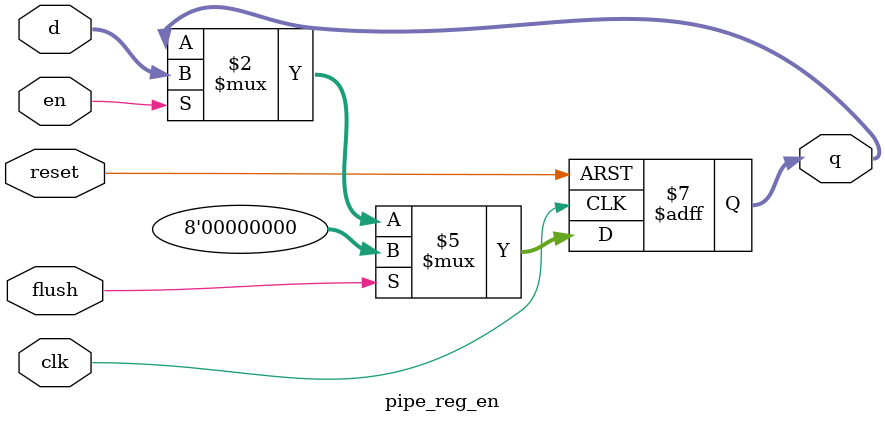
<source format=v>
`timescale 1ns / 1ps

module pipe_reg_en #(parameter WIDTH = 8)(
    input clk, reset,
    input en, flush, //both from Hazard_Detection
    input [WIDTH-1:0] d,
    output reg [WIDTH-1:0] q
    );
    
    always @(posedge clk or posedge reset)  
    begin   
        if(reset)   
            q <= 0; 
        else if (flush) 
            q <= 0;
        else if (en)
            q <= d;  
    end  
endmodule
</source>
